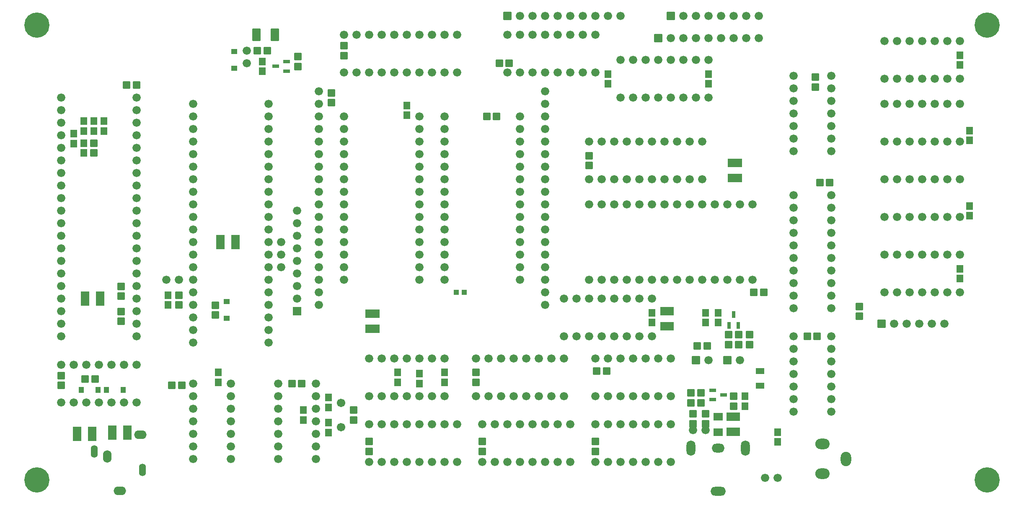
<source format=gbs>
G04 Layer: BottomSolderMaskLayer*
G04 EasyEDA v6.5.39, 2024-02-04 17:50:00*
G04 ca02cd42b7a24e50ad9d11446f9c8c94,5509f98a9368439c9cde498926e245b9,10*
G04 Gerber Generator version 0.2*
G04 Scale: 100 percent, Rotated: No, Reflected: No *
G04 Dimensions in inches *
G04 leading zeros omitted , absolute positions ,3 integer and 6 decimal *
%FSLAX36Y36*%
%MOIN*%

%AMMACRO1*1,1,$1,$2,$3*1,1,$1,$4,$5*1,1,$1,0-$2,0-$3*1,1,$1,0-$4,0-$5*20,1,$1,$2,$3,$4,$5,0*20,1,$1,$4,$5,0-$2,0-$3,0*20,1,$1,0-$2,0-$3,0-$4,0-$5,0*20,1,$1,0-$4,0-$5,$2,$3,0*4,1,4,$2,$3,$4,$5,0-$2,0-$3,0-$4,0-$5,$2,$3,0*%
%ADD10R,0.0539X0.0289*%
%ADD11MACRO1,0.0039X0.0125X0.025X-0.0125X0.025*%
%ADD12MACRO1,0.0039X0.025X-0.0125X0.025X0.0125*%
%ADD13R,0.0572X0.0595*%
%ADD14MACRO1,0.004X-0.0266X-0.0278X0.0266X-0.0278*%
%ADD15MACRO1,0.004X-0.0266X0.0278X0.0266X0.0278*%
%ADD16MACRO1,0.004X-0.0278X0.0266X-0.0278X-0.0266*%
%ADD17MACRO1,0.004X0.0278X0.0266X0.0278X-0.0266*%
%ADD18MACRO1,0.004X0.0278X-0.0266X0.0278X0.0266*%
%ADD19MACRO1,0.004X-0.0278X-0.0266X-0.0278X0.0266*%
%ADD20R,0.0710X0.0515*%
%ADD21MACRO1,0.004X0.0322X-0.0532X0.0322X0.0532*%
%ADD22MACRO1,0.004X-0.0322X-0.0532X-0.0322X0.0532*%
%ADD23MACRO1,0.004X-0.0322X0.0532X-0.0322X-0.0532*%
%ADD24MACRO1,0.004X0.0322X0.0532X0.0322X-0.0532*%
%ADD25MACRO1,0.004X-0.0187X-0.0226X0.0187X-0.0226*%
%ADD26MACRO1,0.004X0.0187X0.0226X-0.0187X0.0226*%
%ADD27MACRO1,0.004X0.0226X-0.0187X0.0226X0.0187*%
%ADD28MACRO1,0.004X-0.0531X-0.0322X0.0531X-0.0322*%
%ADD29MACRO1,0.004X-0.0531X0.0322X0.0531X0.0322*%
%ADD30R,0.1103X0.0684*%
%ADD31R,0.0720X0.0625*%
%ADD32MACRO1,0.004X-0.0297X0.0468X-0.0297X-0.0468*%
%ADD33MACRO1,0.004X0.0297X0.0468X0.0297X-0.0468*%
%ADD34R,0.0493X0.0414*%
%ADD35MACRO1,0.004X0.018X0.019X-0.018X0.019*%
%ADD36C,0.0660*%
%ADD37C,0.0670*%
%ADD38MACRO1,0.004X-0.031X0.031X0.031X0.031*%
%ADD39O,0.114X0.084*%
%ADD40O,0.084X0.114*%
%ADD41O,0.054000000000000006X0.099*%
%ADD42O,0.099X0.067*%
%ADD43O,0.067X0.099*%
%ADD44O,0.12211X0.070929*%
%ADD45O,0.070929X0.12211*%
%ADD46O,0.102425X0.070929*%
%ADD47R,0.0670X0.0660*%
%ADD48MACRO1,0.004X-0.031X0.0315X0.031X0.0315*%
%ADD49C,0.2008*%
%ADD50C,0.0139*%

%LPD*%
D10*
G01*
X2056689Y3450000D03*
G01*
X2143310Y3487399D03*
G01*
X2143310Y3412600D03*
D11*
G01*
X5700000Y1473306D03*
G01*
X5737401Y1386693D03*
G01*
X5662597Y1386693D03*
D12*
G01*
X5618307Y835000D03*
G01*
X5531692Y797599D03*
G01*
X5531692Y872402D03*
D13*
G01*
X2275000Y635630D03*
G01*
X2275000Y714369D03*
D14*
G01*
X5825000Y1314371D03*
D15*
G01*
X5825000Y1235628D03*
D14*
G01*
X2675000Y714371D03*
D15*
G01*
X2675000Y635628D03*
D14*
G01*
X2800000Y464371D03*
D15*
G01*
X2800000Y385628D03*
D14*
G01*
X6700000Y1539371D03*
D15*
G01*
X6700000Y1460628D03*
D13*
G01*
X1600000Y935630D03*
G01*
X1600000Y1014369D03*
D16*
G01*
X2264371Y925000D03*
D17*
G01*
X2185628Y925000D03*
D14*
G01*
X3700000Y464371D03*
D15*
G01*
X3700000Y385628D03*
D14*
G01*
X3650000Y1014371D03*
D15*
G01*
X3650000Y935628D03*
D18*
G01*
X4610628Y1025000D03*
D19*
G01*
X4689371Y1025000D03*
D13*
G01*
X3200000Y925630D03*
G01*
X3200000Y1004369D03*
D14*
G01*
X4600000Y464371D03*
D15*
G01*
X4600000Y385628D03*
D18*
G01*
X5860628Y1650000D03*
D19*
G01*
X5939371Y1650000D03*
D14*
G01*
X4550000Y2739371D03*
D15*
G01*
X4550000Y2660628D03*
D13*
G01*
X3100000Y3060630D03*
G01*
X3100000Y3139369D03*
D16*
G01*
X3814371Y3050000D03*
D17*
G01*
X3735628Y3050000D03*
D14*
G01*
X2600000Y3614371D03*
D15*
G01*
X2600000Y3535628D03*
D13*
G01*
X5500000Y3310630D03*
G01*
X5500000Y3389369D03*
G01*
X4700000Y3310630D03*
G01*
X4700000Y3389369D03*
G01*
X5050000Y1410630D03*
G01*
X5050000Y1489369D03*
D14*
G01*
X2500000Y3239371D03*
D15*
G01*
X2500000Y3160628D03*
D13*
G01*
X7500000Y3460630D03*
G01*
X7500000Y3539369D03*
D16*
G01*
X6364371Y1300000D03*
D17*
G01*
X6285628Y1300000D03*
D14*
G01*
X6350000Y3364371D03*
D15*
G01*
X6350000Y3285628D03*
D13*
G01*
X7575000Y2260630D03*
G01*
X7575000Y2339369D03*
G01*
X7575000Y2860630D03*
G01*
X7575000Y2939369D03*
G01*
X7500000Y1760630D03*
G01*
X7500000Y1839369D03*
D16*
G01*
X6464371Y2525000D03*
D17*
G01*
X6385628Y2525000D03*
D14*
G01*
X825000Y1499371D03*
D15*
G01*
X825000Y1420628D03*
D16*
G01*
X949371Y3300000D03*
D17*
G01*
X870628Y3300000D03*
D14*
G01*
X350000Y989371D03*
D15*
G01*
X350000Y910628D03*
G01*
X825000Y1620628D03*
D14*
G01*
X825000Y1699371D03*
D13*
G01*
X1200000Y1629369D03*
G01*
X1200000Y1550630D03*
D15*
G01*
X5700000Y745628D03*
D14*
G01*
X5700000Y824371D03*
D13*
G01*
X5790000Y824369D03*
G01*
X5790000Y745630D03*
D20*
G01*
X5910000Y906779D03*
G01*
X5910000Y1023220D03*
D21*
G01*
X475255Y525000D03*
D22*
G01*
X594744Y525000D03*
D21*
G01*
X755255Y535000D03*
D22*
G01*
X874744Y535000D03*
D23*
G01*
X659744Y1600000D03*
D24*
G01*
X540255Y1600000D03*
D25*
G01*
X641630Y875000D03*
G01*
X508369Y875000D03*
D26*
G01*
X708369Y875000D03*
G01*
X841630Y875000D03*
D17*
G01*
X540628Y960000D03*
D16*
G01*
X619371Y960000D03*
D13*
G01*
X450000Y2914369D03*
G01*
X450000Y2835630D03*
G01*
X530000Y3014369D03*
G01*
X530000Y2935630D03*
G01*
X610000Y3014369D03*
G01*
X610000Y2935630D03*
G01*
X690000Y3014369D03*
G01*
X690000Y2935630D03*
G01*
X530000Y2839369D03*
G01*
X530000Y2760630D03*
D15*
G01*
X610000Y2760628D03*
D14*
G01*
X610000Y2839371D03*
D21*
G01*
X1615255Y2050000D03*
D22*
G01*
X1734744Y2050000D03*
D27*
G01*
X1665000Y1576630D03*
G01*
X1665000Y1443370D03*
D15*
G01*
X1575000Y1470628D03*
D14*
G01*
X1575000Y1549371D03*
D13*
G01*
X6050000Y539369D03*
G01*
X6050000Y460630D03*
G01*
X2475000Y814369D03*
G01*
X2475000Y735630D03*
G01*
X2475000Y614369D03*
G01*
X2475000Y535630D03*
D19*
G01*
X1309371Y910000D03*
D18*
G01*
X1230628Y910000D03*
D13*
G01*
X1950000Y3489369D03*
G01*
X1950000Y3410630D03*
D19*
G01*
X1989371Y3575000D03*
D18*
G01*
X1910628Y3575000D03*
D13*
G01*
X5575000Y1489369D03*
G01*
X5575000Y1410630D03*
G01*
X5475000Y1489369D03*
G01*
X5475000Y1410630D03*
D19*
G01*
X5489371Y1225000D03*
D18*
G01*
X5410628Y1225000D03*
D15*
G01*
X5475000Y605628D03*
D14*
G01*
X5475000Y684371D03*
D19*
G01*
X5439371Y850000D03*
D18*
G01*
X5360628Y850000D03*
D19*
G01*
X5739371Y1235000D03*
D18*
G01*
X5660628Y1235000D03*
D19*
G01*
X5739371Y1315000D03*
D18*
G01*
X5660628Y1315000D03*
D17*
G01*
X5360628Y770000D03*
D16*
G01*
X5439371Y770000D03*
D13*
G01*
X3400000Y1014369D03*
G01*
X3400000Y935630D03*
G01*
X3025000Y1014369D03*
G01*
X3025000Y935630D03*
D15*
G01*
X2231689Y3448528D03*
D14*
G01*
X2231689Y3527271D03*
D15*
G01*
X5375000Y605628D03*
D14*
G01*
X5375000Y684371D03*
D17*
G01*
X3835628Y3475000D03*
D16*
G01*
X3914371Y3475000D03*
D14*
G01*
X1285000Y1629371D03*
D15*
G01*
X1285000Y1550628D03*
D28*
G01*
X2825000Y1479744D03*
D29*
G01*
X2825000Y1360255D03*
D28*
G01*
X5710000Y2679744D03*
D29*
G01*
X5710000Y2560255D03*
D30*
G01*
X5170000Y1380259D03*
G01*
X5170000Y1499740D03*
D31*
G01*
X5575000Y537300D03*
G01*
X5575000Y662699D03*
D32*
G01*
X2048252Y3700000D03*
D33*
G01*
X1901747Y3700000D03*
D34*
G01*
X1725000Y3433370D03*
G01*
X1725000Y3566630D03*
D30*
G01*
X5695000Y540259D03*
G01*
X5695000Y659740D03*
D35*
G01*
X3493499Y1650000D03*
G01*
X3556500Y1650000D03*
D36*
G01*
X2000000Y3150000D03*
G01*
X2000000Y3050000D03*
G01*
X2000000Y2950000D03*
G01*
X2000000Y2850000D03*
G01*
X2000000Y2750000D03*
G01*
X2000000Y2650000D03*
G01*
X2000000Y2550000D03*
G01*
X2000000Y2450000D03*
G01*
X2000000Y2350000D03*
G01*
X2000000Y2250000D03*
G01*
X2000000Y2150000D03*
G01*
X2000000Y2050000D03*
G01*
X2000000Y1950000D03*
G01*
X2000000Y1850000D03*
G01*
X2000000Y1750000D03*
G01*
X2000000Y1650000D03*
G01*
X2000000Y1550000D03*
G01*
X2000000Y1450000D03*
G01*
X2000000Y1350000D03*
G01*
X2000000Y1250000D03*
G01*
X1400000Y1250000D03*
G01*
X1400000Y1350000D03*
G01*
X1400000Y1450000D03*
G01*
X1400000Y1550000D03*
G01*
X1400000Y1650000D03*
G01*
X1400000Y1750000D03*
G01*
X1400000Y1850000D03*
G01*
X1400000Y1950000D03*
G01*
X1400000Y2050000D03*
G01*
X1400000Y2150000D03*
G01*
X1400000Y2250000D03*
G01*
X1400000Y2350000D03*
G01*
X1400000Y2450000D03*
G01*
X1400000Y2550000D03*
G01*
X1400000Y2650000D03*
G01*
X1400000Y2750000D03*
G01*
X1400000Y2850000D03*
G01*
X1400000Y2950000D03*
G01*
X1400000Y3050000D03*
G01*
X1400000Y3150000D03*
G01*
X950000Y3200000D03*
G01*
X950000Y3100000D03*
G01*
X950000Y3000000D03*
G01*
X950000Y2900000D03*
G01*
X950000Y2800000D03*
G01*
X950000Y2700000D03*
G01*
X950000Y2600000D03*
G01*
X950000Y2500000D03*
G01*
X950000Y2400000D03*
G01*
X950000Y2300000D03*
G01*
X950000Y2200000D03*
G01*
X950000Y2100000D03*
G01*
X950000Y2000000D03*
G01*
X950000Y1900000D03*
G01*
X950000Y1800000D03*
G01*
X950000Y1700000D03*
G01*
X950000Y1600000D03*
G01*
X950000Y1500000D03*
G01*
X950000Y1400000D03*
G01*
X950000Y1300000D03*
G01*
X350000Y1300000D03*
G01*
X350000Y1400000D03*
G01*
X350000Y1500000D03*
G01*
X350000Y1600000D03*
G01*
X350000Y1700000D03*
G01*
X350000Y1800000D03*
G01*
X350000Y1900000D03*
G01*
X350000Y2000000D03*
G01*
X350000Y2100000D03*
G01*
X350000Y2200000D03*
G01*
X350000Y2300000D03*
G01*
X350000Y2400000D03*
G01*
X350000Y2500000D03*
G01*
X350000Y2600000D03*
G01*
X350000Y2700000D03*
G01*
X350000Y2800000D03*
G01*
X350000Y2900000D03*
G01*
X350000Y3000000D03*
G01*
X350000Y3100000D03*
G01*
X350000Y3200000D03*
G01*
X2375000Y925000D03*
G01*
X2375000Y825000D03*
G01*
X2375000Y725000D03*
G01*
X2375000Y625000D03*
G01*
X2375000Y525000D03*
G01*
X2375000Y425000D03*
G01*
X2375000Y325000D03*
G01*
X2075000Y325000D03*
G01*
X2075000Y425000D03*
G01*
X2075000Y525000D03*
G01*
X2075000Y625000D03*
G01*
X2075000Y725000D03*
G01*
X2075000Y825000D03*
G01*
X2075000Y925000D03*
G01*
X2600000Y3699969D03*
G01*
X2700000Y3699969D03*
G01*
X2800000Y3699969D03*
G01*
X2900000Y3699969D03*
G01*
X3000000Y3699969D03*
G01*
X3100000Y3699969D03*
G01*
X3200000Y3699969D03*
G01*
X3300000Y3699969D03*
G01*
X3400000Y3699969D03*
G01*
X3500000Y3699969D03*
G01*
X3500000Y3399969D03*
G01*
X3400000Y3399969D03*
G01*
X3300000Y3399969D03*
G01*
X3200000Y3399969D03*
G01*
X3100000Y3399969D03*
G01*
X3000000Y3399969D03*
G01*
X2900000Y3399969D03*
G01*
X2800000Y3399969D03*
G01*
X2700000Y3399969D03*
G01*
X2600000Y3399969D03*
G01*
X4600000Y1125000D03*
G01*
X4700000Y1125000D03*
G01*
X4800000Y1125000D03*
G01*
X4900000Y1125000D03*
G01*
X5000000Y1125000D03*
G01*
X5100000Y1125000D03*
G01*
X5200000Y1125000D03*
G01*
X5200000Y825000D03*
G01*
X5100000Y825000D03*
G01*
X5000000Y825000D03*
G01*
X4900000Y825000D03*
G01*
X4800000Y825000D03*
G01*
X4700000Y825000D03*
G01*
X4600000Y825000D03*
G01*
X5850000Y1750000D03*
G01*
X5750000Y1750000D03*
G01*
X5650000Y1750000D03*
G01*
X5550000Y1750000D03*
G01*
X5450000Y1750000D03*
G01*
X5350000Y1750000D03*
G01*
X5249939Y1750000D03*
G01*
X5150000Y1750000D03*
G01*
X5050000Y1750000D03*
G01*
X4950000Y1750000D03*
G01*
X4850000Y1750000D03*
G01*
X4750000Y1750000D03*
G01*
X4650000Y1750000D03*
G01*
X4550000Y1750000D03*
G01*
X4550000Y2350000D03*
G01*
X4650000Y2350000D03*
G01*
X4750000Y2350000D03*
G01*
X4850000Y2350000D03*
G01*
X4950000Y2350000D03*
G01*
X5050000Y2350000D03*
G01*
X5150000Y2350000D03*
G01*
X5250000Y2350000D03*
G01*
X5350000Y2350000D03*
G01*
X5450000Y2350000D03*
G01*
X5550000Y2350000D03*
G01*
X5650000Y2350000D03*
G01*
X5750000Y2350000D03*
G01*
X5850000Y2350000D03*
G01*
X1700000Y925000D03*
G01*
X1700000Y825000D03*
G01*
X1700000Y725000D03*
G01*
X1700000Y625000D03*
G01*
X1700000Y525000D03*
G01*
X1700000Y425000D03*
G01*
X1700000Y325000D03*
G01*
X1400000Y325000D03*
G01*
X1400000Y425000D03*
G01*
X1400000Y525000D03*
G01*
X1400000Y625000D03*
G01*
X1400000Y725000D03*
G01*
X1400000Y825000D03*
G01*
X1400000Y925000D03*
G01*
X3200000Y3050000D03*
G01*
X3200000Y2950000D03*
G01*
X3200000Y2850000D03*
G01*
X3200000Y2750000D03*
G01*
X3200000Y2650000D03*
G01*
X3200000Y2550000D03*
G01*
X3200000Y2449940D03*
G01*
X3200000Y2350000D03*
G01*
X3200000Y2250000D03*
G01*
X3200000Y2150000D03*
G01*
X3200000Y2050000D03*
G01*
X3200000Y1950000D03*
G01*
X3200000Y1850000D03*
G01*
X3200000Y1750000D03*
G01*
X2600000Y1750000D03*
G01*
X2600000Y1850000D03*
G01*
X2600000Y1950000D03*
G01*
X2600000Y2050000D03*
G01*
X2600000Y2150000D03*
G01*
X2600000Y2250000D03*
G01*
X2600000Y2350000D03*
G01*
X2600000Y2450000D03*
G01*
X2600000Y2550000D03*
G01*
X2600000Y2650000D03*
G01*
X2600000Y2750000D03*
G01*
X2600000Y2850000D03*
G01*
X2600000Y2950000D03*
G01*
X2600000Y3050000D03*
G01*
X4600000Y600000D03*
G01*
X4700000Y600000D03*
G01*
X4800000Y600000D03*
G01*
X4900000Y600000D03*
G01*
X5000000Y600000D03*
G01*
X5100000Y600000D03*
G01*
X5200000Y600000D03*
G01*
X5200000Y300000D03*
G01*
X5100000Y300000D03*
G01*
X5000000Y300000D03*
G01*
X4900000Y300000D03*
G01*
X4800000Y300000D03*
G01*
X4700000Y300000D03*
G01*
X4600000Y300000D03*
G01*
X4550000Y2849969D03*
G01*
X4650000Y2849969D03*
G01*
X4750000Y2849969D03*
G01*
X4850000Y2849969D03*
G01*
X4950000Y2849969D03*
G01*
X5050000Y2849969D03*
G01*
X5150000Y2849969D03*
G01*
X5250000Y2849969D03*
G01*
X5350000Y2849969D03*
G01*
X5450000Y2849969D03*
G01*
X5450000Y2549969D03*
G01*
X5350000Y2549969D03*
G01*
X5250000Y2549969D03*
G01*
X5150000Y2549969D03*
G01*
X5050000Y2549969D03*
G01*
X4950000Y2549969D03*
G01*
X4850000Y2549969D03*
G01*
X4750000Y2549969D03*
G01*
X4650000Y2549969D03*
G01*
X4550000Y2549969D03*
G01*
X4000000Y3050000D03*
G01*
X4000000Y2950000D03*
G01*
X4000000Y2850000D03*
G01*
X4000000Y2750000D03*
G01*
X4000000Y2650000D03*
G01*
X4000000Y2550000D03*
G01*
X4000000Y2449940D03*
G01*
X4000000Y2350000D03*
G01*
X4000000Y2250000D03*
G01*
X4000000Y2150000D03*
G01*
X4000000Y2050000D03*
G01*
X4000000Y1950000D03*
G01*
X4000000Y1850000D03*
G01*
X4000000Y1750000D03*
G01*
X3400000Y1750000D03*
G01*
X3400000Y1850000D03*
G01*
X3400000Y1950000D03*
G01*
X3400000Y2050000D03*
G01*
X3400000Y2150000D03*
G01*
X3400000Y2250000D03*
G01*
X3400000Y2350000D03*
G01*
X3400000Y2450000D03*
G01*
X3400000Y2550000D03*
G01*
X3400000Y2650000D03*
G01*
X3400000Y2750000D03*
G01*
X3400000Y2850000D03*
G01*
X3400000Y2950000D03*
G01*
X3400000Y3050000D03*
G01*
X5050000Y1600000D03*
G01*
X4950000Y1600000D03*
G01*
X4650000Y1600000D03*
G01*
X4550000Y1600000D03*
G01*
X4850000Y1600000D03*
G01*
X4750000Y1600000D03*
G01*
X4450000Y1600000D03*
G01*
X4350000Y1600000D03*
G01*
X4350000Y1300000D03*
G01*
X4450000Y1300000D03*
G01*
X4550000Y1300000D03*
G01*
X4650000Y1300000D03*
G01*
X4750000Y1300000D03*
G01*
X4850000Y1300000D03*
G01*
X4950000Y1300000D03*
G01*
X5050000Y1300000D03*
G01*
X2800000Y1125000D03*
G01*
X2900000Y1125000D03*
G01*
X3000000Y1125000D03*
G01*
X3100000Y1125000D03*
G01*
X3200000Y1125000D03*
G01*
X3300000Y1125000D03*
G01*
X3400000Y1125000D03*
G01*
X3400000Y825000D03*
G01*
X3300000Y825000D03*
G01*
X3200000Y825000D03*
G01*
X3100000Y825000D03*
G01*
X3000000Y825000D03*
G01*
X2900000Y825000D03*
G01*
X2800000Y825000D03*
G01*
X4600000Y3700000D03*
G01*
X4500000Y3700000D03*
G01*
X4200000Y3700000D03*
G01*
X4100000Y3700000D03*
G01*
X4400000Y3700000D03*
G01*
X4300000Y3700000D03*
G01*
X4000000Y3700000D03*
G01*
X3900000Y3700000D03*
G01*
X3900000Y3400000D03*
G01*
X4000000Y3400000D03*
G01*
X4100000Y3400000D03*
G01*
X4200000Y3400000D03*
G01*
X4300000Y3400000D03*
G01*
X4400000Y3400000D03*
G01*
X4500000Y3400000D03*
G01*
X4600000Y3400000D03*
G01*
X3700000Y300000D03*
G01*
X3800000Y300000D03*
G01*
X4100000Y300000D03*
G01*
X4200000Y300000D03*
G01*
X3900000Y300000D03*
G01*
X4000000Y300000D03*
G01*
X4300000Y300000D03*
G01*
X4400000Y300000D03*
G01*
X4400000Y600000D03*
G01*
X4300000Y600000D03*
G01*
X4200000Y600000D03*
G01*
X4100000Y600000D03*
G01*
X4000000Y600000D03*
G01*
X3900000Y600000D03*
G01*
X3800000Y600000D03*
G01*
X3700000Y600000D03*
G01*
X2800000Y300000D03*
G01*
X2900000Y300000D03*
G01*
X3200000Y300000D03*
G01*
X3300000Y300000D03*
G01*
X3000000Y300000D03*
G01*
X3100000Y300000D03*
G01*
X3400000Y300000D03*
G01*
X3500000Y300000D03*
G01*
X3500000Y600000D03*
G01*
X3400000Y600000D03*
G01*
X3300000Y600000D03*
G01*
X3200000Y600000D03*
G01*
X3100000Y600000D03*
G01*
X3000000Y600000D03*
G01*
X2900000Y600000D03*
G01*
X2800000Y600000D03*
G01*
X3650000Y825000D03*
G01*
X3750000Y825000D03*
G01*
X4050000Y825000D03*
G01*
X4150000Y825000D03*
G01*
X3850000Y825000D03*
G01*
X3950000Y825000D03*
G01*
X4250000Y825000D03*
G01*
X4350000Y825000D03*
G01*
X4350000Y1125000D03*
G01*
X4250000Y1125000D03*
G01*
X4150000Y1125000D03*
G01*
X4050000Y1125000D03*
G01*
X3950000Y1125000D03*
G01*
X3850000Y1125000D03*
G01*
X3750000Y1125000D03*
G01*
X3650000Y1125000D03*
G01*
X5500000Y3500000D03*
G01*
X5400000Y3500000D03*
G01*
X5100000Y3500000D03*
G01*
X5000000Y3500000D03*
G01*
X5300000Y3500000D03*
G01*
X5200000Y3500000D03*
G01*
X4900000Y3500000D03*
G01*
X4800000Y3500000D03*
G01*
X4800000Y3200000D03*
G01*
X4900000Y3200000D03*
G01*
X5000000Y3200000D03*
G01*
X5100000Y3200000D03*
G01*
X5200000Y3200000D03*
G01*
X5300000Y3200000D03*
G01*
X5400000Y3200000D03*
G01*
X5500000Y3200000D03*
G01*
X7500000Y3350000D03*
G01*
X7400000Y3350000D03*
G01*
X7300000Y3350000D03*
G01*
X7200000Y3350000D03*
G01*
X7100000Y3350000D03*
G01*
X7000000Y3350000D03*
G01*
X6900000Y3350000D03*
G01*
X6900000Y3650000D03*
G01*
X7000000Y3650000D03*
G01*
X7100000Y3650000D03*
G01*
X7200000Y3650000D03*
G01*
X7300000Y3650000D03*
G01*
X7400000Y3650000D03*
G01*
X7500000Y3650000D03*
G01*
X6475000Y1300000D03*
G01*
X6475000Y1200000D03*
G01*
X6475000Y1100000D03*
G01*
X6475000Y1000000D03*
G01*
X6475000Y900000D03*
G01*
X6475000Y800000D03*
G01*
X6475000Y700000D03*
G01*
X6175000Y700000D03*
G01*
X6175000Y800000D03*
G01*
X6175000Y900000D03*
G01*
X6175000Y1000000D03*
G01*
X6175000Y1100000D03*
G01*
X6175000Y1200000D03*
G01*
X6175000Y1300000D03*
G01*
X6475000Y3375000D03*
G01*
X6475000Y3275000D03*
G01*
X6475000Y3175000D03*
G01*
X6475000Y3075000D03*
G01*
X6475000Y2975000D03*
G01*
X6475000Y2875000D03*
G01*
X6475000Y2775000D03*
G01*
X6175000Y2775000D03*
G01*
X6175000Y2875000D03*
G01*
X6175000Y2975000D03*
G01*
X6175000Y3075000D03*
G01*
X6175000Y3175000D03*
G01*
X6175000Y3275000D03*
G01*
X6175000Y3375000D03*
G01*
X7500000Y2250000D03*
G01*
X7400000Y2250000D03*
G01*
X7300000Y2250000D03*
G01*
X7200000Y2250000D03*
G01*
X7100000Y2250000D03*
G01*
X7000000Y2250000D03*
G01*
X6900000Y2250000D03*
G01*
X6900000Y2550000D03*
G01*
X7000000Y2550000D03*
G01*
X7100000Y2550000D03*
G01*
X7200000Y2550000D03*
G01*
X7300000Y2550000D03*
G01*
X7400000Y2550000D03*
G01*
X7500000Y2550000D03*
G01*
X7500000Y2850000D03*
G01*
X7400000Y2850000D03*
G01*
X7300000Y2850000D03*
G01*
X7200000Y2850000D03*
G01*
X7100000Y2850000D03*
G01*
X7000000Y2850000D03*
G01*
X6900000Y2850000D03*
G01*
X6900000Y3150000D03*
G01*
X7000000Y3150000D03*
G01*
X7100000Y3150000D03*
G01*
X7200000Y3150000D03*
G01*
X7300000Y3150000D03*
G01*
X7400000Y3150000D03*
G01*
X7500000Y3150000D03*
G01*
X7500000Y1650000D03*
G01*
X7400000Y1650000D03*
G01*
X7300000Y1650000D03*
G01*
X7200000Y1650000D03*
G01*
X7100000Y1650000D03*
G01*
X7000000Y1650000D03*
G01*
X6900000Y1650000D03*
G01*
X6900000Y1950000D03*
G01*
X7000000Y1950000D03*
G01*
X7100000Y1950000D03*
G01*
X7200000Y1950000D03*
G01*
X7300000Y1950000D03*
G01*
X7400000Y1950000D03*
G01*
X7500000Y1950000D03*
G01*
X6475000Y2424969D03*
G01*
X6475000Y2324969D03*
G01*
X6475000Y2224969D03*
G01*
X6475000Y2124969D03*
G01*
X6475000Y2024969D03*
G01*
X6475000Y1924969D03*
G01*
X6475000Y1824969D03*
G01*
X6475000Y1724969D03*
G01*
X6475000Y1624969D03*
G01*
X6475000Y1524969D03*
G01*
X6175000Y1524969D03*
G01*
X6175000Y1624969D03*
G01*
X6175000Y1724969D03*
G01*
X6175000Y1824969D03*
G01*
X6175000Y1924969D03*
G01*
X6175000Y2024969D03*
G01*
X6175000Y2124969D03*
G01*
X6175000Y2224969D03*
G01*
X6175000Y2324969D03*
G01*
X6175000Y2424969D03*
G01*
X350000Y1075000D03*
G01*
X450000Y1075000D03*
G01*
X550000Y1075000D03*
G01*
X650000Y1075000D03*
G01*
X750000Y1075000D03*
G01*
X850000Y1075000D03*
G01*
X950000Y1075000D03*
G01*
X950000Y775000D03*
G01*
X850000Y775000D03*
G01*
X750000Y775000D03*
G01*
X650000Y775000D03*
G01*
X550000Y775000D03*
G01*
X450000Y775000D03*
G01*
X350000Y775000D03*
D37*
G01*
X2575000Y578539D03*
G01*
X2575000Y771460D03*
D36*
G01*
X4400000Y3850000D03*
D38*
G01*
X3900000Y3850000D03*
D36*
G01*
X4000000Y3850000D03*
G01*
X4100000Y3850000D03*
G01*
X4200000Y3850000D03*
G01*
X4300000Y3850000D03*
G01*
X4500000Y3850000D03*
G01*
X4600000Y3850000D03*
G01*
X4700000Y3850000D03*
G01*
X4800000Y3850000D03*
D38*
G01*
X5200000Y3850000D03*
D36*
G01*
X5300000Y3850000D03*
G01*
X5400000Y3850000D03*
G01*
X5500000Y3850000D03*
G01*
X5600000Y3850000D03*
G01*
X5700000Y3850000D03*
G01*
X5800000Y3850000D03*
G01*
X5900000Y3850000D03*
G01*
X5475000Y555000D03*
G01*
X5375000Y555000D03*
D39*
G01*
X6407489Y443110D03*
G01*
X6407489Y206889D03*
D40*
G01*
X6592520Y325000D03*
D36*
G01*
X7375000Y1400000D03*
G01*
X7275000Y1400000D03*
G01*
X7175000Y1400000D03*
G01*
X7075000Y1400000D03*
G01*
X6975000Y1400000D03*
D38*
G01*
X6875000Y1400000D03*
D41*
G01*
X612089Y383589D03*
D42*
G01*
X978230Y517409D03*
D41*
G01*
X997910Y237950D03*
D43*
G01*
X714810Y344180D03*
D42*
G01*
X816810Y72590D03*
D36*
G01*
X6050000Y175000D03*
G01*
X5950000Y175000D03*
G01*
X2400000Y3250000D03*
G01*
X2400000Y3150000D03*
G01*
X2400000Y3050000D03*
G01*
X2400000Y2950000D03*
G01*
X2400000Y2850000D03*
G01*
X2400000Y2750000D03*
G01*
X2400000Y2650000D03*
G01*
X2400000Y2550000D03*
G01*
X2400000Y2450000D03*
G01*
X2400000Y2350000D03*
G01*
X2400000Y2250000D03*
G01*
X2400000Y2150000D03*
G01*
X2400000Y2050000D03*
G01*
X2400000Y1950000D03*
G01*
X2400000Y1850000D03*
G01*
X2400000Y1750000D03*
G01*
X2400000Y1650000D03*
G01*
X2400000Y1550000D03*
G01*
X4200000Y3250000D03*
G01*
X4200000Y3150000D03*
G01*
X4200000Y3050000D03*
G01*
X4200000Y2950000D03*
G01*
X4200000Y2850000D03*
G01*
X4200000Y2750000D03*
G01*
X4200000Y2650000D03*
G01*
X4200000Y2550000D03*
G01*
X4200000Y2450000D03*
G01*
X4200000Y2350000D03*
G01*
X4200000Y2250000D03*
G01*
X4200000Y2150000D03*
G01*
X4200000Y2050000D03*
G01*
X4200000Y1950000D03*
G01*
X4200000Y1850000D03*
G01*
X4200000Y1750000D03*
G01*
X4200000Y1650000D03*
G01*
X4200000Y1550000D03*
G01*
X2100000Y1950000D03*
G01*
X2100000Y2050000D03*
G01*
X1185000Y1750000D03*
G01*
X1285000Y1750000D03*
G01*
X1825000Y3575000D03*
G01*
X1825000Y3475000D03*
D44*
G01*
X5575000Y66340D03*
D45*
G01*
X5791540Y412800D03*
G01*
X5358469Y412800D03*
D46*
G01*
X5575000Y412800D03*
D47*
G01*
X2225000Y1500000D03*
D36*
G01*
X2225000Y1600000D03*
G01*
X2225000Y1700000D03*
G01*
X2225000Y1800000D03*
G01*
X2225000Y1900000D03*
G01*
X2225000Y2000000D03*
G01*
X2225000Y2100000D03*
G01*
X2225000Y2200000D03*
G01*
X2225000Y2300000D03*
D48*
G01*
X5100000Y3675000D03*
D36*
G01*
X5200000Y3675000D03*
G01*
X5300000Y3675000D03*
G01*
X5400000Y3675000D03*
G01*
X5500000Y3675000D03*
G01*
X5600000Y3675000D03*
G01*
X5700000Y3675000D03*
G01*
X5800000Y3675000D03*
G01*
X5900000Y3675000D03*
G01*
X2100000Y1850000D03*
G01*
X2100000Y1950000D03*
D38*
G01*
X5650000Y1110000D03*
D36*
G01*
X5750000Y1110000D03*
D38*
G01*
X5400000Y1110000D03*
D36*
G01*
X5500000Y1110000D03*
D49*
G01*
X157480Y157480D03*
G01*
X7716520Y157480D03*
G01*
X7716520Y3779520D03*
G01*
X157480Y3779520D03*
D36*
G01*
X4200000Y3150000D03*
M02*

</source>
